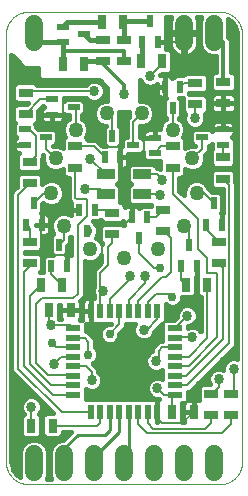
<source format=gtl>
G75*
%MOIN*%
%OFA0B0*%
%FSLAX25Y25*%
%IPPOS*%
%LPD*%
%AMOC8*
5,1,8,0,0,1.08239X$1,22.5*
%
%ADD10C,0.00000*%
%ADD11C,0.04961*%
%ADD12R,0.05000X0.02200*%
%ADD13R,0.02200X0.05000*%
%ADD14C,0.06000*%
%ADD15R,0.01969X0.03937*%
%ADD16R,0.03150X0.04724*%
%ADD17R,0.04724X0.03150*%
%ADD18R,0.03937X0.01969*%
%ADD19R,0.05906X0.03543*%
%ADD20C,0.03369*%
%ADD21C,0.01600*%
%ADD22C,0.01200*%
%ADD23C,0.00800*%
%ADD24C,0.01000*%
%ADD25C,0.02975*%
D10*
X0001800Y0009513D02*
X0001800Y0151994D01*
X0001802Y0152175D01*
X0001809Y0152356D01*
X0001820Y0152537D01*
X0001835Y0152718D01*
X0001855Y0152898D01*
X0001879Y0153078D01*
X0001907Y0153257D01*
X0001940Y0153435D01*
X0001977Y0153612D01*
X0002018Y0153789D01*
X0002063Y0153964D01*
X0002113Y0154139D01*
X0002167Y0154312D01*
X0002225Y0154483D01*
X0002287Y0154654D01*
X0002354Y0154822D01*
X0002424Y0154989D01*
X0002498Y0155155D01*
X0002577Y0155318D01*
X0002659Y0155479D01*
X0002745Y0155639D01*
X0002835Y0155796D01*
X0002929Y0155951D01*
X0003026Y0156104D01*
X0003128Y0156254D01*
X0003232Y0156402D01*
X0003341Y0156548D01*
X0003452Y0156690D01*
X0003568Y0156830D01*
X0003686Y0156967D01*
X0003808Y0157102D01*
X0003933Y0157233D01*
X0004061Y0157361D01*
X0004192Y0157486D01*
X0004327Y0157608D01*
X0004464Y0157726D01*
X0004604Y0157842D01*
X0004746Y0157953D01*
X0004892Y0158062D01*
X0005040Y0158166D01*
X0005190Y0158268D01*
X0005343Y0158365D01*
X0005498Y0158459D01*
X0005655Y0158549D01*
X0005815Y0158635D01*
X0005976Y0158717D01*
X0006139Y0158796D01*
X0006305Y0158870D01*
X0006472Y0158940D01*
X0006640Y0159007D01*
X0006811Y0159069D01*
X0006982Y0159127D01*
X0007155Y0159181D01*
X0007330Y0159231D01*
X0007505Y0159276D01*
X0007682Y0159317D01*
X0007859Y0159354D01*
X0008037Y0159387D01*
X0008216Y0159415D01*
X0008396Y0159439D01*
X0008576Y0159459D01*
X0008757Y0159474D01*
X0008938Y0159485D01*
X0009119Y0159492D01*
X0009300Y0159494D01*
X0073040Y0159494D01*
X0073221Y0159492D01*
X0073402Y0159485D01*
X0073583Y0159474D01*
X0073764Y0159459D01*
X0073944Y0159439D01*
X0074124Y0159415D01*
X0074303Y0159387D01*
X0074481Y0159354D01*
X0074658Y0159317D01*
X0074835Y0159276D01*
X0075010Y0159231D01*
X0075185Y0159181D01*
X0075358Y0159127D01*
X0075529Y0159069D01*
X0075700Y0159007D01*
X0075868Y0158940D01*
X0076035Y0158870D01*
X0076201Y0158796D01*
X0076364Y0158717D01*
X0076525Y0158635D01*
X0076685Y0158549D01*
X0076842Y0158459D01*
X0076997Y0158365D01*
X0077150Y0158268D01*
X0077300Y0158166D01*
X0077448Y0158062D01*
X0077594Y0157953D01*
X0077736Y0157842D01*
X0077876Y0157726D01*
X0078013Y0157608D01*
X0078148Y0157486D01*
X0078279Y0157361D01*
X0078407Y0157233D01*
X0078532Y0157102D01*
X0078654Y0156967D01*
X0078772Y0156830D01*
X0078888Y0156690D01*
X0078999Y0156548D01*
X0079108Y0156402D01*
X0079212Y0156254D01*
X0079314Y0156104D01*
X0079411Y0155951D01*
X0079505Y0155796D01*
X0079595Y0155639D01*
X0079681Y0155479D01*
X0079763Y0155318D01*
X0079842Y0155155D01*
X0079916Y0154989D01*
X0079986Y0154822D01*
X0080053Y0154654D01*
X0080115Y0154483D01*
X0080173Y0154312D01*
X0080227Y0154139D01*
X0080277Y0153964D01*
X0080322Y0153789D01*
X0080363Y0153612D01*
X0080400Y0153435D01*
X0080433Y0153257D01*
X0080461Y0153078D01*
X0080485Y0152898D01*
X0080505Y0152718D01*
X0080520Y0152537D01*
X0080531Y0152356D01*
X0080538Y0152175D01*
X0080540Y0151994D01*
X0080540Y0009513D01*
X0080538Y0009332D01*
X0080531Y0009151D01*
X0080520Y0008970D01*
X0080505Y0008789D01*
X0080485Y0008609D01*
X0080461Y0008429D01*
X0080433Y0008250D01*
X0080400Y0008072D01*
X0080363Y0007895D01*
X0080322Y0007718D01*
X0080277Y0007543D01*
X0080227Y0007368D01*
X0080173Y0007195D01*
X0080115Y0007024D01*
X0080053Y0006853D01*
X0079986Y0006685D01*
X0079916Y0006518D01*
X0079842Y0006352D01*
X0079763Y0006189D01*
X0079681Y0006028D01*
X0079595Y0005868D01*
X0079505Y0005711D01*
X0079411Y0005556D01*
X0079314Y0005403D01*
X0079212Y0005253D01*
X0079108Y0005105D01*
X0078999Y0004959D01*
X0078888Y0004817D01*
X0078772Y0004677D01*
X0078654Y0004540D01*
X0078532Y0004405D01*
X0078407Y0004274D01*
X0078279Y0004146D01*
X0078148Y0004021D01*
X0078013Y0003899D01*
X0077876Y0003781D01*
X0077736Y0003665D01*
X0077594Y0003554D01*
X0077448Y0003445D01*
X0077300Y0003341D01*
X0077150Y0003239D01*
X0076997Y0003142D01*
X0076842Y0003048D01*
X0076685Y0002958D01*
X0076525Y0002872D01*
X0076364Y0002790D01*
X0076201Y0002711D01*
X0076035Y0002637D01*
X0075868Y0002567D01*
X0075700Y0002500D01*
X0075529Y0002438D01*
X0075358Y0002380D01*
X0075185Y0002326D01*
X0075010Y0002276D01*
X0074835Y0002231D01*
X0074658Y0002190D01*
X0074481Y0002153D01*
X0074303Y0002120D01*
X0074124Y0002092D01*
X0073944Y0002068D01*
X0073764Y0002048D01*
X0073583Y0002033D01*
X0073402Y0002022D01*
X0073221Y0002015D01*
X0073040Y0002013D01*
X0009300Y0002013D01*
X0009119Y0002015D01*
X0008938Y0002022D01*
X0008757Y0002033D01*
X0008576Y0002048D01*
X0008396Y0002068D01*
X0008216Y0002092D01*
X0008037Y0002120D01*
X0007859Y0002153D01*
X0007682Y0002190D01*
X0007505Y0002231D01*
X0007330Y0002276D01*
X0007155Y0002326D01*
X0006982Y0002380D01*
X0006811Y0002438D01*
X0006640Y0002500D01*
X0006472Y0002567D01*
X0006305Y0002637D01*
X0006139Y0002711D01*
X0005976Y0002790D01*
X0005815Y0002872D01*
X0005655Y0002958D01*
X0005498Y0003048D01*
X0005343Y0003142D01*
X0005190Y0003239D01*
X0005040Y0003341D01*
X0004892Y0003445D01*
X0004746Y0003554D01*
X0004604Y0003665D01*
X0004464Y0003781D01*
X0004327Y0003899D01*
X0004192Y0004021D01*
X0004061Y0004146D01*
X0003933Y0004274D01*
X0003808Y0004405D01*
X0003686Y0004540D01*
X0003568Y0004677D01*
X0003452Y0004817D01*
X0003341Y0004959D01*
X0003232Y0005105D01*
X0003128Y0005253D01*
X0003026Y0005403D01*
X0002929Y0005556D01*
X0002835Y0005711D01*
X0002745Y0005868D01*
X0002659Y0006028D01*
X0002577Y0006189D01*
X0002498Y0006352D01*
X0002424Y0006518D01*
X0002354Y0006685D01*
X0002287Y0006853D01*
X0002225Y0007024D01*
X0002167Y0007195D01*
X0002113Y0007368D01*
X0002063Y0007543D01*
X0002018Y0007718D01*
X0001977Y0007895D01*
X0001940Y0008072D01*
X0001907Y0008250D01*
X0001879Y0008429D01*
X0001855Y0008609D01*
X0001835Y0008789D01*
X0001820Y0008970D01*
X0001809Y0009151D01*
X0001802Y0009332D01*
X0001800Y0009513D01*
D11*
X0029845Y0080360D03*
X0021114Y0088095D03*
X0016978Y0099001D03*
X0018384Y0110580D03*
X0025010Y0120180D03*
X0035338Y0125600D03*
X0047002Y0125600D03*
X0057330Y0120180D03*
X0063956Y0110580D03*
X0065362Y0099001D03*
X0061226Y0088095D03*
X0052495Y0080360D03*
X0041170Y0077569D03*
D12*
X0024270Y0053907D03*
X0024270Y0050757D03*
X0024270Y0047608D03*
X0024270Y0044458D03*
X0024270Y0041309D03*
X0024270Y0038159D03*
X0024270Y0035009D03*
X0024270Y0031860D03*
X0058070Y0031860D03*
X0058070Y0035009D03*
X0058070Y0038159D03*
X0058070Y0041309D03*
X0058070Y0044458D03*
X0058070Y0047608D03*
X0058070Y0050757D03*
X0058070Y0053907D03*
D13*
X0052194Y0059783D03*
X0049044Y0059783D03*
X0045894Y0059783D03*
X0042745Y0059783D03*
X0039595Y0059783D03*
X0036446Y0059783D03*
X0033296Y0059783D03*
X0030146Y0059783D03*
X0030146Y0025983D03*
X0033296Y0025983D03*
X0036446Y0025983D03*
X0039595Y0025983D03*
X0042745Y0025983D03*
X0045894Y0025983D03*
X0049044Y0025983D03*
X0052194Y0025983D03*
D14*
X0051170Y0012100D02*
X0051170Y0006100D01*
X0041170Y0006100D02*
X0041170Y0012100D01*
X0031170Y0012100D02*
X0031170Y0006100D01*
X0021170Y0006100D02*
X0021170Y0012100D01*
X0011170Y0012100D02*
X0011170Y0006100D01*
X0061170Y0006100D02*
X0061170Y0012100D01*
X0071170Y0012100D02*
X0071170Y0006100D01*
X0071170Y0149407D02*
X0071170Y0155407D01*
X0061170Y0155407D02*
X0061170Y0149407D01*
X0011170Y0149407D02*
X0011170Y0155407D01*
D15*
X0034741Y0110970D03*
X0037300Y0118057D03*
X0039859Y0110970D03*
X0031359Y0093557D03*
X0028800Y0086470D03*
X0026241Y0093557D03*
X0019517Y0081860D03*
X0022076Y0074773D03*
X0016957Y0074773D03*
X0013733Y0088553D03*
X0011174Y0095639D03*
X0008615Y0088553D03*
X0043741Y0091057D03*
X0046300Y0083970D03*
X0048859Y0091057D03*
X0060265Y0074773D03*
X0062824Y0081860D03*
X0065383Y0074773D03*
X0068607Y0088553D03*
X0071166Y0095639D03*
X0073725Y0088553D03*
X0057355Y0127470D03*
X0054796Y0134557D03*
X0059914Y0134557D03*
X0052359Y0149470D03*
X0049800Y0156557D03*
X0047241Y0149470D03*
D16*
X0046757Y0143013D03*
X0053843Y0143013D03*
X0040843Y0156013D03*
X0033757Y0156013D03*
X0027843Y0142013D03*
X0020757Y0142013D03*
X0020627Y0068521D03*
X0023343Y0060013D03*
X0016257Y0060013D03*
X0013540Y0068521D03*
X0010257Y0021513D03*
X0017343Y0021513D03*
X0057257Y0026013D03*
X0064343Y0026013D03*
X0061780Y0068506D03*
X0068867Y0068506D03*
D17*
X0072666Y0075773D03*
X0072666Y0082860D03*
X0074166Y0103832D03*
X0074166Y0110919D03*
X0074300Y0128970D03*
X0074300Y0136057D03*
X0064942Y0135801D03*
X0064942Y0128714D03*
X0057418Y0114643D03*
X0057418Y0107557D03*
X0054300Y0093557D03*
X0054300Y0086470D03*
X0037300Y0085470D03*
X0037300Y0092557D03*
X0024922Y0107557D03*
X0024922Y0114643D03*
X0034300Y0142970D03*
X0034300Y0150057D03*
X0041300Y0150057D03*
X0041300Y0142970D03*
X0009674Y0109419D03*
X0009674Y0102332D03*
X0009674Y0082860D03*
X0009674Y0075773D03*
X0008442Y0125466D03*
X0008442Y0132553D03*
X0070300Y0032057D03*
X0070300Y0024970D03*
X0076800Y0024970D03*
X0076800Y0032057D03*
D18*
X0051343Y0112454D03*
X0051343Y0117572D03*
X0044257Y0115013D03*
X0027843Y0152013D03*
X0020757Y0149454D03*
X0020757Y0154572D03*
X0017257Y0130257D03*
X0017257Y0125139D03*
X0015186Y0117687D03*
X0008099Y0120246D03*
X0008099Y0115128D03*
X0024343Y0127698D03*
X0067154Y0117687D03*
X0074241Y0120246D03*
X0074241Y0115128D03*
D19*
X0047272Y0105285D03*
X0047272Y0098592D03*
X0035068Y0098592D03*
X0035068Y0105285D03*
D20*
X0029800Y0110513D03*
X0028300Y0100513D03*
X0043300Y0071513D03*
X0048300Y0071513D03*
X0047800Y0053513D03*
X0044300Y0049013D03*
X0051800Y0043013D03*
X0052300Y0034013D03*
X0063800Y0051013D03*
X0062300Y0058213D03*
X0072800Y0037013D03*
X0077800Y0040513D03*
X0053300Y0098513D03*
X0053800Y0103513D03*
X0064800Y0124013D03*
X0049800Y0138013D03*
X0041300Y0132013D03*
X0031300Y0133013D03*
X0034300Y0066513D03*
X0030400Y0036613D03*
X0017800Y0042113D03*
X0016800Y0055013D03*
X0010300Y0027813D03*
D21*
X0004221Y0006926D02*
X0005269Y0005483D01*
X0006644Y0004484D01*
X0006370Y0005145D01*
X0006370Y0013055D01*
X0007101Y0014819D01*
X0008451Y0016169D01*
X0010215Y0016900D01*
X0012125Y0016900D01*
X0013889Y0016169D01*
X0015239Y0014819D01*
X0015970Y0013055D01*
X0015970Y0005145D01*
X0015418Y0003813D01*
X0016922Y0003813D01*
X0016370Y0005145D01*
X0016370Y0013055D01*
X0017101Y0014819D01*
X0018451Y0016169D01*
X0020215Y0016900D01*
X0020934Y0016900D01*
X0023347Y0019313D01*
X0020718Y0019313D01*
X0020718Y0018406D01*
X0019664Y0017351D01*
X0015023Y0017351D01*
X0013969Y0018406D01*
X0013969Y0024621D01*
X0015023Y0025676D01*
X0017527Y0025676D01*
X0003600Y0039602D01*
X0003600Y0099370D01*
X0004889Y0100658D01*
X0005512Y0101281D01*
X0005512Y0104653D01*
X0006566Y0105707D01*
X0012782Y0105707D01*
X0013836Y0104653D01*
X0013836Y0101913D01*
X0014553Y0102630D01*
X0016127Y0103281D01*
X0017829Y0103281D01*
X0019403Y0102630D01*
X0020607Y0101426D01*
X0021258Y0099853D01*
X0021258Y0098150D01*
X0020607Y0096577D01*
X0019403Y0095373D01*
X0017829Y0094721D01*
X0016127Y0094721D01*
X0014553Y0095373D01*
X0014286Y0095640D01*
X0013958Y0095312D01*
X0013958Y0092925D01*
X0013354Y0092321D01*
X0013733Y0092321D01*
X0013733Y0088553D01*
X0013733Y0088553D01*
X0013733Y0092321D01*
X0014954Y0092321D01*
X0015412Y0092199D01*
X0015823Y0091962D01*
X0016158Y0091626D01*
X0016395Y0091216D01*
X0016517Y0090758D01*
X0016517Y0088553D01*
X0013733Y0088553D01*
X0011726Y0088553D01*
X0011726Y0088553D01*
X0013733Y0088553D01*
X0013733Y0088553D01*
X0013733Y0088553D01*
X0016517Y0088553D01*
X0016517Y0086347D01*
X0016395Y0085889D01*
X0016158Y0085479D01*
X0015823Y0085144D01*
X0015412Y0084907D01*
X0014954Y0084784D01*
X0013836Y0084784D01*
X0013836Y0080539D01*
X0012782Y0079485D01*
X0008000Y0079485D01*
X0008000Y0079148D01*
X0012782Y0079148D01*
X0013836Y0078094D01*
X0013836Y0073453D01*
X0013067Y0072683D01*
X0014173Y0072683D01*
X0014173Y0077487D01*
X0015228Y0078542D01*
X0017336Y0078542D01*
X0016732Y0079146D01*
X0016732Y0084574D01*
X0017657Y0085499D01*
X0017485Y0085670D01*
X0016834Y0087243D01*
X0016834Y0088946D01*
X0017485Y0090519D01*
X0018690Y0091724D01*
X0020263Y0092375D01*
X0021966Y0092375D01*
X0023457Y0091758D01*
X0023457Y0093557D01*
X0026241Y0093557D01*
X0026241Y0093557D01*
X0023457Y0093557D01*
X0023457Y0095762D01*
X0023479Y0095845D01*
X0022722Y0096602D01*
X0022722Y0104182D01*
X0021814Y0104182D01*
X0020760Y0105236D01*
X0020760Y0106932D01*
X0019235Y0106300D01*
X0017532Y0106300D01*
X0015959Y0106952D01*
X0014755Y0108156D01*
X0014104Y0109729D01*
X0014104Y0111432D01*
X0014197Y0111656D01*
X0014000Y0111853D01*
X0014000Y0110634D01*
X0013836Y0110470D01*
X0013836Y0107098D01*
X0012782Y0106044D01*
X0006566Y0106044D01*
X0005512Y0107098D01*
X0005512Y0111739D01*
X0006116Y0112343D01*
X0005894Y0112343D01*
X0005436Y0112466D01*
X0005025Y0112703D01*
X0004690Y0113038D01*
X0004453Y0113449D01*
X0004331Y0113906D01*
X0004331Y0115127D01*
X0008099Y0115127D01*
X0008099Y0115128D01*
X0004331Y0115128D01*
X0004331Y0116349D01*
X0004453Y0116807D01*
X0004690Y0117217D01*
X0005025Y0117552D01*
X0005196Y0117651D01*
X0004331Y0118516D01*
X0004331Y0121976D01*
X0004890Y0122535D01*
X0004280Y0123146D01*
X0004280Y0127787D01*
X0005334Y0128841D01*
X0008705Y0128841D01*
X0009042Y0129178D01*
X0005334Y0129178D01*
X0004280Y0130232D01*
X0004280Y0134873D01*
X0005334Y0135928D01*
X0011550Y0135928D01*
X0012264Y0135213D01*
X0028573Y0135213D01*
X0029326Y0135967D01*
X0030607Y0136498D01*
X0031993Y0136498D01*
X0033274Y0135967D01*
X0034254Y0134987D01*
X0034784Y0133706D01*
X0034784Y0132320D01*
X0034254Y0131040D01*
X0033274Y0130060D01*
X0031993Y0129529D01*
X0030607Y0129529D01*
X0029326Y0130060D01*
X0028573Y0130813D01*
X0021025Y0130813D01*
X0021025Y0129879D01*
X0021629Y0130483D01*
X0027057Y0130483D01*
X0028112Y0129428D01*
X0028112Y0125969D01*
X0027210Y0125067D01*
X0027210Y0123901D01*
X0027434Y0123808D01*
X0028639Y0122604D01*
X0029290Y0121031D01*
X0029290Y0119328D01*
X0028639Y0117755D01*
X0028466Y0117582D01*
X0029084Y0116964D01*
X0029084Y0116843D01*
X0031979Y0116843D01*
X0033268Y0115555D01*
X0034084Y0114739D01*
X0035120Y0114739D01*
X0034516Y0115343D01*
X0034516Y0120771D01*
X0035065Y0121320D01*
X0034487Y0121320D01*
X0032914Y0121972D01*
X0031710Y0123176D01*
X0031058Y0124749D01*
X0031058Y0126452D01*
X0031710Y0128025D01*
X0032914Y0129229D01*
X0034487Y0129881D01*
X0035500Y0129881D01*
X0035500Y0134144D01*
X0032930Y0136713D01*
X0013554Y0136713D01*
X0012500Y0137768D01*
X0012500Y0140813D01*
X0007889Y0140813D01*
X0004389Y0144313D01*
X0003600Y0145102D01*
X0003600Y0009513D01*
X0003670Y0008622D01*
X0004221Y0006926D01*
X0004306Y0006809D02*
X0006370Y0006809D01*
X0006370Y0008407D02*
X0003740Y0008407D01*
X0003600Y0010006D02*
X0006370Y0010006D01*
X0006370Y0011604D02*
X0003600Y0011604D01*
X0003600Y0013203D02*
X0006431Y0013203D01*
X0007094Y0014801D02*
X0003600Y0014801D01*
X0003600Y0016400D02*
X0009008Y0016400D01*
X0007936Y0017351D02*
X0012577Y0017351D01*
X0013631Y0018406D01*
X0013631Y0024621D01*
X0012833Y0025419D01*
X0013254Y0025840D01*
X0013784Y0027120D01*
X0013784Y0028506D01*
X0013254Y0029787D01*
X0012274Y0030767D01*
X0010993Y0031298D01*
X0009607Y0031298D01*
X0008326Y0030767D01*
X0007346Y0029787D01*
X0006816Y0028506D01*
X0006816Y0027120D01*
X0007346Y0025840D01*
X0007723Y0025463D01*
X0006882Y0024621D01*
X0006882Y0018406D01*
X0007936Y0017351D01*
X0007289Y0017998D02*
X0003600Y0017998D01*
X0003600Y0019597D02*
X0006882Y0019597D01*
X0006882Y0021196D02*
X0003600Y0021196D01*
X0003600Y0022794D02*
X0006882Y0022794D01*
X0006882Y0024393D02*
X0003600Y0024393D01*
X0003600Y0025991D02*
X0007283Y0025991D01*
X0006816Y0027590D02*
X0003600Y0027590D01*
X0003600Y0029188D02*
X0007098Y0029188D01*
X0008373Y0030787D02*
X0003600Y0030787D01*
X0003600Y0032385D02*
X0010817Y0032385D01*
X0012227Y0030787D02*
X0012416Y0030787D01*
X0013502Y0029188D02*
X0014014Y0029188D01*
X0013784Y0027590D02*
X0015613Y0027590D01*
X0017211Y0025991D02*
X0013316Y0025991D01*
X0013631Y0024393D02*
X0013969Y0024393D01*
X0013969Y0022794D02*
X0013631Y0022794D01*
X0013631Y0021196D02*
X0013969Y0021196D01*
X0013969Y0019597D02*
X0013631Y0019597D01*
X0013224Y0017998D02*
X0014376Y0017998D01*
X0013332Y0016400D02*
X0019008Y0016400D01*
X0020311Y0017998D02*
X0022032Y0017998D01*
X0017094Y0014801D02*
X0015247Y0014801D01*
X0015909Y0013203D02*
X0016431Y0013203D01*
X0016370Y0011604D02*
X0015970Y0011604D01*
X0015970Y0010006D02*
X0016370Y0010006D01*
X0016370Y0008407D02*
X0015970Y0008407D01*
X0015970Y0006809D02*
X0016370Y0006809D01*
X0016370Y0005210D02*
X0015970Y0005210D01*
X0006370Y0005210D02*
X0005645Y0005210D01*
X0003600Y0033984D02*
X0009218Y0033984D01*
X0007620Y0035582D02*
X0003600Y0035582D01*
X0003600Y0037181D02*
X0006021Y0037181D01*
X0004423Y0038779D02*
X0003600Y0038779D01*
X0003600Y0040378D02*
X0003600Y0040378D01*
X0003600Y0041976D02*
X0003600Y0041976D01*
X0003600Y0043575D02*
X0003600Y0043575D01*
X0003600Y0045173D02*
X0003600Y0045173D01*
X0003600Y0046772D02*
X0003600Y0046772D01*
X0003600Y0048370D02*
X0003600Y0048370D01*
X0003600Y0049969D02*
X0003600Y0049969D01*
X0003600Y0051567D02*
X0003600Y0051567D01*
X0003600Y0053166D02*
X0003600Y0053166D01*
X0003600Y0054764D02*
X0003600Y0054764D01*
X0003600Y0056363D02*
X0003600Y0056363D01*
X0003600Y0057961D02*
X0003600Y0057961D01*
X0003600Y0059560D02*
X0003600Y0059560D01*
X0003600Y0061158D02*
X0003600Y0061158D01*
X0003600Y0062757D02*
X0003600Y0062757D01*
X0003600Y0064355D02*
X0003600Y0064355D01*
X0003600Y0065954D02*
X0003600Y0065954D01*
X0003600Y0067552D02*
X0003600Y0067552D01*
X0003600Y0069151D02*
X0003600Y0069151D01*
X0003600Y0070749D02*
X0003600Y0070749D01*
X0003600Y0072348D02*
X0003600Y0072348D01*
X0003600Y0073946D02*
X0003600Y0073946D01*
X0003600Y0075545D02*
X0003600Y0075545D01*
X0003600Y0077143D02*
X0003600Y0077143D01*
X0003600Y0078742D02*
X0003600Y0078742D01*
X0003600Y0080340D02*
X0003600Y0080340D01*
X0003600Y0081939D02*
X0003600Y0081939D01*
X0003600Y0083537D02*
X0003600Y0083537D01*
X0003600Y0085136D02*
X0003600Y0085136D01*
X0003600Y0086734D02*
X0003600Y0086734D01*
X0003600Y0088333D02*
X0003600Y0088333D01*
X0003600Y0089932D02*
X0003600Y0089932D01*
X0003600Y0091530D02*
X0003600Y0091530D01*
X0003600Y0093129D02*
X0003600Y0093129D01*
X0003600Y0094727D02*
X0003600Y0094727D01*
X0003600Y0096326D02*
X0003600Y0096326D01*
X0003600Y0097924D02*
X0003600Y0097924D01*
X0003600Y0099523D02*
X0003753Y0099523D01*
X0003600Y0101121D02*
X0005352Y0101121D01*
X0005512Y0102720D02*
X0003600Y0102720D01*
X0003600Y0104318D02*
X0005512Y0104318D01*
X0003600Y0105917D02*
X0020760Y0105917D01*
X0021678Y0104318D02*
X0013836Y0104318D01*
X0013836Y0102720D02*
X0014770Y0102720D01*
X0015396Y0107515D02*
X0013836Y0107515D01*
X0013836Y0109114D02*
X0014358Y0109114D01*
X0014104Y0110712D02*
X0014000Y0110712D01*
X0017386Y0114800D02*
X0017386Y0114902D01*
X0017900Y0114902D01*
X0018954Y0115957D01*
X0018954Y0119416D01*
X0017900Y0120471D01*
X0012472Y0120471D01*
X0012463Y0120462D01*
X0011868Y0121057D01*
X0011868Y0121976D01*
X0011651Y0122193D01*
X0012604Y0123146D01*
X0012604Y0126517D01*
X0014051Y0127964D01*
X0014353Y0127662D01*
X0014183Y0127564D01*
X0013848Y0127229D01*
X0013611Y0126818D01*
X0013488Y0126361D01*
X0013488Y0125139D01*
X0013488Y0123918D01*
X0013611Y0123460D01*
X0013848Y0123050D01*
X0014183Y0122715D01*
X0014593Y0122478D01*
X0015051Y0122355D01*
X0017257Y0122355D01*
X0019462Y0122355D01*
X0019920Y0122478D01*
X0020330Y0122715D01*
X0020666Y0123050D01*
X0020903Y0123460D01*
X0021025Y0123918D01*
X0021025Y0125139D01*
X0017257Y0125139D01*
X0017257Y0125139D01*
X0017257Y0122355D01*
X0017257Y0125139D01*
X0017257Y0125139D01*
X0021025Y0125139D01*
X0021025Y0125518D01*
X0021629Y0124914D01*
X0022810Y0124914D01*
X0022810Y0123901D01*
X0022585Y0123808D01*
X0021381Y0122604D01*
X0020730Y0121031D01*
X0020730Y0119328D01*
X0021381Y0117755D01*
X0021466Y0117670D01*
X0020760Y0116964D01*
X0020760Y0114229D01*
X0019235Y0114861D01*
X0017532Y0114861D01*
X0017386Y0114800D01*
X0018505Y0115508D02*
X0020760Y0115508D01*
X0020902Y0117106D02*
X0018954Y0117106D01*
X0018954Y0118705D02*
X0020988Y0118705D01*
X0020730Y0120303D02*
X0018068Y0120303D01*
X0017257Y0123500D02*
X0017257Y0123500D01*
X0017257Y0125099D02*
X0017257Y0125099D01*
X0017257Y0125139D02*
X0013488Y0125139D01*
X0017257Y0125139D01*
X0017257Y0125139D01*
X0013488Y0125099D02*
X0012604Y0125099D01*
X0012604Y0123500D02*
X0013600Y0123500D01*
X0011868Y0121902D02*
X0021090Y0121902D01*
X0020913Y0123500D02*
X0022277Y0123500D01*
X0021445Y0125099D02*
X0021025Y0125099D01*
X0021025Y0129894D02*
X0021041Y0129894D01*
X0027242Y0125099D02*
X0031058Y0125099D01*
X0031160Y0126697D02*
X0028112Y0126697D01*
X0028112Y0128296D02*
X0031980Y0128296D01*
X0032875Y0129894D02*
X0035500Y0129894D01*
X0035500Y0131493D02*
X0034441Y0131493D01*
X0034784Y0133091D02*
X0035500Y0133091D01*
X0034954Y0134690D02*
X0034377Y0134690D01*
X0033355Y0136288D02*
X0032498Y0136288D01*
X0030102Y0136288D02*
X0003600Y0136288D01*
X0003600Y0134690D02*
X0004280Y0134690D01*
X0004280Y0133091D02*
X0003600Y0133091D01*
X0003600Y0131493D02*
X0004280Y0131493D01*
X0004618Y0129894D02*
X0003600Y0129894D01*
X0003600Y0128296D02*
X0004789Y0128296D01*
X0004280Y0126697D02*
X0003600Y0126697D01*
X0003600Y0125099D02*
X0004280Y0125099D01*
X0004280Y0123500D02*
X0003600Y0123500D01*
X0003600Y0121902D02*
X0004331Y0121902D01*
X0004331Y0120303D02*
X0003600Y0120303D01*
X0003600Y0118705D02*
X0004331Y0118705D01*
X0004626Y0117106D02*
X0003600Y0117106D01*
X0003600Y0115508D02*
X0004331Y0115508D01*
X0004331Y0113909D02*
X0003600Y0113909D01*
X0003600Y0112311D02*
X0006083Y0112311D01*
X0005512Y0110712D02*
X0003600Y0110712D01*
X0003600Y0109114D02*
X0005512Y0109114D01*
X0005512Y0107515D02*
X0003600Y0107515D01*
X0013958Y0094727D02*
X0016112Y0094727D01*
X0017844Y0094727D02*
X0023457Y0094727D01*
X0023457Y0093129D02*
X0013958Y0093129D01*
X0013733Y0091530D02*
X0013733Y0091530D01*
X0013733Y0089932D02*
X0013733Y0089932D01*
X0016517Y0089932D02*
X0017242Y0089932D01*
X0016834Y0088333D02*
X0016517Y0088333D01*
X0016517Y0086734D02*
X0017045Y0086734D01*
X0017294Y0085136D02*
X0015809Y0085136D01*
X0016732Y0083537D02*
X0013836Y0083537D01*
X0013836Y0081939D02*
X0016732Y0081939D01*
X0016732Y0080340D02*
X0013637Y0080340D01*
X0013188Y0078742D02*
X0017136Y0078742D01*
X0014173Y0077143D02*
X0013836Y0077143D01*
X0013836Y0075545D02*
X0014173Y0075545D01*
X0014173Y0073946D02*
X0013836Y0073946D01*
X0019631Y0061813D02*
X0019969Y0061813D01*
X0019968Y0060013D01*
X0019969Y0060013D02*
X0019969Y0057414D01*
X0020022Y0057213D01*
X0019631Y0057213D01*
X0019631Y0061813D01*
X0019631Y0061158D02*
X0019969Y0061158D01*
X0019968Y0060013D02*
X0023343Y0060013D01*
X0019969Y0060013D01*
X0019969Y0059560D02*
X0019631Y0059560D01*
X0019631Y0057961D02*
X0019969Y0057961D01*
X0023343Y0060013D02*
X0023343Y0060013D01*
X0023343Y0060013D01*
X0026718Y0060013D01*
X0026718Y0057414D01*
X0026595Y0056956D01*
X0026509Y0056807D01*
X0027311Y0056807D01*
X0027246Y0057046D01*
X0027246Y0059783D01*
X0030146Y0059783D01*
X0030147Y0059783D01*
X0030147Y0055483D01*
X0036702Y0055483D01*
X0036519Y0055301D01*
X0035689Y0055301D01*
X0034481Y0054800D01*
X0033556Y0053876D01*
X0033056Y0052667D01*
X0033056Y0051359D01*
X0033556Y0050151D01*
X0034481Y0049226D01*
X0035689Y0048726D01*
X0036997Y0048726D01*
X0038205Y0049226D01*
X0039130Y0050151D01*
X0039631Y0051359D01*
X0039631Y0052190D01*
X0040507Y0053065D01*
X0041795Y0054354D01*
X0041795Y0055483D01*
X0044845Y0055483D01*
X0044316Y0054206D01*
X0044316Y0052820D01*
X0044846Y0051540D01*
X0045826Y0050560D01*
X0047107Y0050029D01*
X0048493Y0050029D01*
X0049774Y0050560D01*
X0050754Y0051540D01*
X0051284Y0052820D01*
X0051284Y0052886D01*
X0053770Y0055372D01*
X0053770Y0049808D01*
X0052983Y0049808D01*
X0051889Y0048713D01*
X0050600Y0047425D01*
X0050600Y0046288D01*
X0049826Y0045967D01*
X0048846Y0044987D01*
X0048316Y0043706D01*
X0048316Y0042320D01*
X0048846Y0041040D01*
X0049826Y0040060D01*
X0051107Y0039529D01*
X0052493Y0039529D01*
X0053770Y0040058D01*
X0053770Y0037176D01*
X0052993Y0037498D01*
X0051607Y0037498D01*
X0050326Y0036967D01*
X0049346Y0035987D01*
X0048816Y0034706D01*
X0048816Y0033320D01*
X0049346Y0032040D01*
X0050326Y0031060D01*
X0051607Y0030529D01*
X0052673Y0030529D01*
X0052919Y0030283D01*
X0052194Y0030283D01*
X0052194Y0025984D01*
X0052194Y0025984D01*
X0052194Y0030283D01*
X0028570Y0030283D01*
X0028570Y0033600D01*
X0029707Y0033129D01*
X0031093Y0033129D01*
X0032374Y0033660D01*
X0033354Y0034640D01*
X0033884Y0035920D01*
X0033884Y0037306D01*
X0033354Y0038587D01*
X0032600Y0039341D01*
X0032600Y0040325D01*
X0031311Y0041613D01*
X0030680Y0042245D01*
X0031119Y0042426D01*
X0032044Y0043351D01*
X0032544Y0044559D01*
X0032544Y0045867D01*
X0032044Y0047076D01*
X0031457Y0047662D01*
X0031457Y0050468D01*
X0028967Y0052957D01*
X0028570Y0052957D01*
X0028570Y0055548D01*
X0028809Y0055483D01*
X0030146Y0055483D01*
X0030146Y0059783D01*
X0030146Y0059784D01*
X0030146Y0064083D01*
X0028809Y0064083D01*
X0028352Y0063961D01*
X0027941Y0063724D01*
X0027606Y0063389D01*
X0027369Y0062978D01*
X0027246Y0062520D01*
X0027246Y0059784D01*
X0030146Y0059784D01*
X0030147Y0059784D01*
X0030147Y0064083D01*
X0031096Y0064083D01*
X0031096Y0065144D01*
X0030816Y0065820D01*
X0030816Y0067206D01*
X0031100Y0067893D01*
X0031100Y0073425D01*
X0032389Y0074713D01*
X0033600Y0075925D01*
X0033600Y0078241D01*
X0033474Y0077936D01*
X0032269Y0076732D01*
X0030696Y0076080D01*
X0028993Y0076080D01*
X0028000Y0076491D01*
X0028000Y0064602D01*
X0026711Y0063313D01*
X0026549Y0063151D01*
X0026595Y0063070D01*
X0026718Y0062613D01*
X0026718Y0060013D01*
X0023343Y0060013D01*
X0026718Y0059560D02*
X0027246Y0059560D01*
X0027246Y0061158D02*
X0026718Y0061158D01*
X0026679Y0062757D02*
X0027310Y0062757D01*
X0027753Y0064355D02*
X0031096Y0064355D01*
X0030816Y0065954D02*
X0028000Y0065954D01*
X0028000Y0067552D02*
X0030959Y0067552D01*
X0031100Y0069151D02*
X0028000Y0069151D01*
X0028000Y0070749D02*
X0031100Y0070749D01*
X0031100Y0072348D02*
X0028000Y0072348D01*
X0028000Y0073946D02*
X0031622Y0073946D01*
X0033220Y0075545D02*
X0028000Y0075545D01*
X0023600Y0078460D02*
X0023297Y0078542D01*
X0022076Y0078542D01*
X0022076Y0074773D01*
X0022076Y0074773D01*
X0022076Y0078542D01*
X0021697Y0078542D01*
X0022301Y0079146D01*
X0022301Y0081533D01*
X0023314Y0082546D01*
X0023314Y0084373D01*
X0023539Y0084466D01*
X0023600Y0084527D01*
X0023600Y0078460D01*
X0023600Y0078742D02*
X0021897Y0078742D01*
X0022076Y0077143D02*
X0022076Y0077143D01*
X0022076Y0075545D02*
X0022076Y0075545D01*
X0022301Y0080340D02*
X0023600Y0080340D01*
X0023600Y0081939D02*
X0022707Y0081939D01*
X0023314Y0083537D02*
X0023600Y0083537D01*
X0018496Y0091530D02*
X0016213Y0091530D01*
X0020356Y0096326D02*
X0022999Y0096326D01*
X0022722Y0097924D02*
X0021165Y0097924D01*
X0021258Y0099523D02*
X0022722Y0099523D01*
X0022722Y0101121D02*
X0020733Y0101121D01*
X0019186Y0102720D02*
X0022722Y0102720D01*
X0028942Y0117106D02*
X0034516Y0117106D01*
X0034516Y0115508D02*
X0033315Y0115508D01*
X0034516Y0118705D02*
X0029032Y0118705D01*
X0029290Y0120303D02*
X0034516Y0120303D01*
X0033083Y0121902D02*
X0028929Y0121902D01*
X0027742Y0123500D02*
X0031575Y0123500D01*
X0029725Y0129894D02*
X0027646Y0129894D01*
X0027843Y0142013D02*
X0028800Y0142970D01*
X0034300Y0142970D01*
X0034300Y0150057D02*
X0029800Y0150057D01*
X0027843Y0152013D01*
X0022198Y0156013D02*
X0033757Y0156013D01*
X0040843Y0156013D02*
X0041387Y0156557D01*
X0049800Y0156557D01*
X0047241Y0149470D02*
X0047241Y0143498D01*
X0046757Y0143013D01*
X0046600Y0136634D02*
X0046846Y0136040D01*
X0047826Y0135060D01*
X0049107Y0134529D01*
X0050493Y0134529D01*
X0051774Y0135060D01*
X0052012Y0135298D01*
X0052012Y0134557D01*
X0054796Y0134557D01*
X0054796Y0138325D01*
X0053575Y0138325D01*
X0053284Y0138247D01*
X0053284Y0138386D01*
X0053749Y0138851D01*
X0056164Y0138851D01*
X0057218Y0139906D01*
X0057218Y0146121D01*
X0056164Y0147176D01*
X0055119Y0147176D01*
X0055143Y0147265D01*
X0055143Y0149470D01*
X0052359Y0149470D01*
X0052359Y0149470D01*
X0055143Y0149470D01*
X0055143Y0151676D01*
X0055021Y0152133D01*
X0055000Y0152168D01*
X0055100Y0152268D01*
X0055100Y0157694D01*
X0056948Y0157694D01*
X0056722Y0157250D01*
X0056488Y0156531D01*
X0056370Y0155785D01*
X0056370Y0152607D01*
X0060970Y0152607D01*
X0060970Y0152207D01*
X0061370Y0152207D01*
X0061370Y0144607D01*
X0061548Y0144607D01*
X0062294Y0144725D01*
X0063013Y0144959D01*
X0063686Y0145302D01*
X0064297Y0145746D01*
X0064831Y0146280D01*
X0065275Y0146891D01*
X0065618Y0147565D01*
X0065852Y0148283D01*
X0065970Y0149029D01*
X0065970Y0152207D01*
X0061370Y0152207D01*
X0061370Y0152607D01*
X0065970Y0152607D01*
X0065970Y0155785D01*
X0065852Y0156531D01*
X0065618Y0157250D01*
X0065392Y0157694D01*
X0066922Y0157694D01*
X0066370Y0156362D01*
X0066370Y0148452D01*
X0067101Y0146688D01*
X0068451Y0145338D01*
X0070215Y0144607D01*
X0071900Y0144607D01*
X0071900Y0139431D01*
X0071192Y0139431D01*
X0070138Y0138377D01*
X0070138Y0133736D01*
X0071192Y0132682D01*
X0077408Y0132682D01*
X0078462Y0133736D01*
X0078462Y0138377D01*
X0077408Y0139431D01*
X0076700Y0139431D01*
X0076700Y0149755D01*
X0076335Y0150637D01*
X0075970Y0151001D01*
X0075970Y0156362D01*
X0075696Y0157023D01*
X0077071Y0156024D01*
X0078119Y0154581D01*
X0078670Y0152885D01*
X0078740Y0151994D01*
X0078740Y0043895D01*
X0078493Y0043998D01*
X0077107Y0043998D01*
X0075826Y0043467D01*
X0074846Y0042487D01*
X0074316Y0041206D01*
X0074316Y0040157D01*
X0073493Y0040498D01*
X0072107Y0040498D01*
X0070826Y0039967D01*
X0069846Y0038987D01*
X0069316Y0037706D01*
X0069316Y0036320D01*
X0069684Y0035431D01*
X0067192Y0035431D01*
X0066138Y0034377D01*
X0066138Y0030176D01*
X0064343Y0030176D01*
X0062532Y0030176D01*
X0062370Y0030132D01*
X0062370Y0032809D01*
X0063207Y0032809D01*
X0064496Y0034098D01*
X0078500Y0048102D01*
X0078500Y0102610D01*
X0078328Y0102781D01*
X0078328Y0106153D01*
X0077274Y0107207D01*
X0071058Y0107207D01*
X0070004Y0106153D01*
X0070004Y0101512D01*
X0071058Y0100457D01*
X0074100Y0100457D01*
X0074100Y0092321D01*
X0073725Y0092321D01*
X0073346Y0092321D01*
X0073950Y0092925D01*
X0073950Y0098353D01*
X0072896Y0099408D01*
X0070509Y0099408D01*
X0069344Y0100572D01*
X0068991Y0101426D01*
X0067787Y0102630D01*
X0066214Y0103281D01*
X0064511Y0103281D01*
X0062938Y0102630D01*
X0061734Y0101426D01*
X0061082Y0099853D01*
X0061082Y0098343D01*
X0059618Y0099807D01*
X0059618Y0104182D01*
X0060526Y0104182D01*
X0061580Y0105236D01*
X0061580Y0106932D01*
X0063105Y0106300D01*
X0064808Y0106300D01*
X0066381Y0106952D01*
X0067585Y0108156D01*
X0068237Y0109729D01*
X0068237Y0111432D01*
X0068144Y0111656D01*
X0069354Y0112867D01*
X0069354Y0114902D01*
X0069868Y0114902D01*
X0070472Y0115506D01*
X0070472Y0113708D01*
X0070004Y0113239D01*
X0070004Y0108598D01*
X0071058Y0107544D01*
X0077274Y0107544D01*
X0078328Y0108598D01*
X0078328Y0113239D01*
X0078009Y0113558D01*
X0078009Y0116857D01*
X0077144Y0117723D01*
X0077315Y0117821D01*
X0077650Y0118156D01*
X0077887Y0118567D01*
X0078009Y0119024D01*
X0078009Y0120246D01*
X0078009Y0121467D01*
X0077887Y0121925D01*
X0077650Y0122335D01*
X0077315Y0122670D01*
X0076904Y0122907D01*
X0076446Y0123030D01*
X0074241Y0123030D01*
X0074241Y0120246D01*
X0074241Y0120246D01*
X0074241Y0123030D01*
X0072035Y0123030D01*
X0071578Y0122907D01*
X0071167Y0122670D01*
X0070832Y0122335D01*
X0070595Y0121925D01*
X0070472Y0121467D01*
X0070472Y0120246D01*
X0074241Y0120246D01*
X0078009Y0120246D01*
X0074241Y0120246D01*
X0074241Y0120246D01*
X0074241Y0120246D01*
X0070472Y0120246D01*
X0070472Y0119867D01*
X0069868Y0120471D01*
X0064440Y0120471D01*
X0063386Y0119416D01*
X0063386Y0115957D01*
X0064440Y0114902D01*
X0064954Y0114902D01*
X0064954Y0114800D01*
X0064808Y0114861D01*
X0063105Y0114861D01*
X0061580Y0114229D01*
X0061580Y0116964D01*
X0060874Y0117670D01*
X0060959Y0117755D01*
X0061611Y0119328D01*
X0061611Y0121031D01*
X0060959Y0122604D01*
X0059755Y0123808D01*
X0059530Y0123901D01*
X0059530Y0124147D01*
X0060139Y0124756D01*
X0060139Y0130184D01*
X0059535Y0130788D01*
X0060780Y0130788D01*
X0060780Y0126394D01*
X0061653Y0125520D01*
X0061316Y0124706D01*
X0061316Y0123320D01*
X0061846Y0122040D01*
X0062826Y0121060D01*
X0064107Y0120529D01*
X0065493Y0120529D01*
X0066774Y0121060D01*
X0067754Y0122040D01*
X0068284Y0123320D01*
X0068284Y0124706D01*
X0068022Y0125339D01*
X0068050Y0125339D01*
X0069104Y0126394D01*
X0069104Y0131035D01*
X0068050Y0132089D01*
X0062698Y0132089D01*
X0062698Y0132426D01*
X0068050Y0132426D01*
X0069104Y0133480D01*
X0069104Y0138121D01*
X0068050Y0139176D01*
X0061834Y0139176D01*
X0060984Y0138325D01*
X0058184Y0138325D01*
X0057319Y0137460D01*
X0057221Y0137630D01*
X0056886Y0137966D01*
X0056475Y0138203D01*
X0056017Y0138325D01*
X0054796Y0138325D01*
X0054796Y0134557D01*
X0054796Y0134557D01*
X0054796Y0134557D01*
X0052012Y0134557D01*
X0052012Y0132351D01*
X0052134Y0131893D01*
X0052371Y0131483D01*
X0052707Y0131148D01*
X0053117Y0130911D01*
X0053575Y0130788D01*
X0054796Y0130788D01*
X0054796Y0134557D01*
X0054796Y0134557D01*
X0054796Y0130788D01*
X0055175Y0130788D01*
X0054571Y0130184D01*
X0054571Y0124756D01*
X0055130Y0124197D01*
X0055130Y0123901D01*
X0054906Y0123808D01*
X0053702Y0122604D01*
X0053050Y0121031D01*
X0053050Y0120357D01*
X0051343Y0120357D01*
X0049138Y0120357D01*
X0048680Y0120234D01*
X0048270Y0119997D01*
X0047934Y0119662D01*
X0047697Y0119251D01*
X0047575Y0118794D01*
X0047575Y0117572D01*
X0047575Y0117194D01*
X0046971Y0117798D01*
X0046457Y0117798D01*
X0046457Y0121320D01*
X0047853Y0121320D01*
X0049427Y0121972D01*
X0050631Y0123176D01*
X0051282Y0124749D01*
X0051282Y0126452D01*
X0050631Y0128025D01*
X0049427Y0129229D01*
X0047853Y0129881D01*
X0046600Y0129881D01*
X0046600Y0136634D01*
X0046600Y0136288D02*
X0046743Y0136288D01*
X0046600Y0134690D02*
X0048719Y0134690D01*
X0046600Y0133091D02*
X0052012Y0133091D01*
X0052012Y0134690D02*
X0050881Y0134690D01*
X0052366Y0131493D02*
X0046600Y0131493D01*
X0046600Y0129894D02*
X0054571Y0129894D01*
X0054571Y0128296D02*
X0050360Y0128296D01*
X0051181Y0126697D02*
X0054571Y0126697D01*
X0054571Y0125099D02*
X0051282Y0125099D01*
X0050765Y0123500D02*
X0054598Y0123500D01*
X0053411Y0121902D02*
X0049258Y0121902D01*
X0048938Y0120303D02*
X0046457Y0120303D01*
X0046457Y0118705D02*
X0047575Y0118705D01*
X0047575Y0117572D02*
X0051343Y0117572D01*
X0047575Y0117572D01*
X0047575Y0112833D02*
X0046971Y0112229D01*
X0042643Y0112229D01*
X0042643Y0110970D01*
X0039859Y0110970D01*
X0039859Y0110970D01*
X0039859Y0107202D01*
X0041080Y0107202D01*
X0041538Y0107324D01*
X0041949Y0107561D01*
X0042284Y0107896D01*
X0042521Y0108307D01*
X0042643Y0108765D01*
X0042643Y0110970D01*
X0039859Y0110970D01*
X0039859Y0107202D01*
X0039820Y0107202D01*
X0039820Y0102768D01*
X0038991Y0101939D01*
X0039820Y0101109D01*
X0039820Y0096075D01*
X0039677Y0095931D01*
X0040408Y0095931D01*
X0041462Y0094877D01*
X0041462Y0094276D01*
X0041651Y0094466D01*
X0042062Y0094703D01*
X0042520Y0094825D01*
X0043741Y0094825D01*
X0043741Y0091057D01*
X0043741Y0091057D01*
X0043741Y0094825D01*
X0044962Y0094825D01*
X0045420Y0094703D01*
X0045830Y0094466D01*
X0046166Y0094130D01*
X0046264Y0093960D01*
X0047129Y0094825D01*
X0050138Y0094825D01*
X0050138Y0095020D01*
X0043574Y0095020D01*
X0042520Y0096075D01*
X0042520Y0101109D01*
X0043349Y0101939D01*
X0042520Y0102768D01*
X0042520Y0107802D01*
X0043574Y0108857D01*
X0050971Y0108857D01*
X0052025Y0107802D01*
X0052025Y0107485D01*
X0052940Y0107485D01*
X0053256Y0107169D01*
X0053256Y0109670D01*
X0048629Y0109670D01*
X0047575Y0110724D01*
X0047575Y0112833D01*
X0047575Y0112311D02*
X0047052Y0112311D01*
X0047587Y0110712D02*
X0042643Y0110712D01*
X0042643Y0109114D02*
X0053256Y0109114D01*
X0053256Y0107515D02*
X0052025Y0107515D01*
X0051343Y0117572D02*
X0051343Y0117572D01*
X0051343Y0117573D02*
X0051343Y0120357D01*
X0051343Y0117573D01*
X0051343Y0117573D01*
X0051343Y0118705D02*
X0051343Y0118705D01*
X0051343Y0120303D02*
X0051343Y0120303D01*
X0054796Y0131493D02*
X0054796Y0131493D01*
X0054796Y0133091D02*
X0054796Y0133091D01*
X0054796Y0134690D02*
X0054796Y0134690D01*
X0054796Y0136288D02*
X0054796Y0136288D01*
X0054796Y0137887D02*
X0054796Y0137887D01*
X0056964Y0137887D02*
X0057746Y0137887D01*
X0056798Y0139485D02*
X0071900Y0139485D01*
X0071900Y0141084D02*
X0057218Y0141084D01*
X0057218Y0142682D02*
X0071900Y0142682D01*
X0071900Y0144281D02*
X0057218Y0144281D01*
X0057218Y0145879D02*
X0057910Y0145879D01*
X0058043Y0145746D02*
X0057509Y0146280D01*
X0057065Y0146891D01*
X0056722Y0147565D01*
X0056488Y0148283D01*
X0056370Y0149029D01*
X0056370Y0152207D01*
X0060970Y0152207D01*
X0060970Y0144607D01*
X0060792Y0144607D01*
X0060046Y0144725D01*
X0059328Y0144959D01*
X0058654Y0145302D01*
X0058043Y0145746D01*
X0056766Y0147478D02*
X0055143Y0147478D01*
X0055143Y0149076D02*
X0056370Y0149076D01*
X0056370Y0150675D02*
X0055143Y0150675D01*
X0055100Y0152273D02*
X0060970Y0152273D01*
X0061370Y0152273D02*
X0066370Y0152273D01*
X0066370Y0150675D02*
X0065970Y0150675D01*
X0065970Y0149076D02*
X0066370Y0149076D01*
X0066774Y0147478D02*
X0065574Y0147478D01*
X0064431Y0145879D02*
X0067910Y0145879D01*
X0069104Y0137887D02*
X0070138Y0137887D01*
X0070138Y0136288D02*
X0069104Y0136288D01*
X0069104Y0134690D02*
X0070138Y0134690D01*
X0070783Y0133091D02*
X0068715Y0133091D01*
X0068646Y0131493D02*
X0070407Y0131493D01*
X0070497Y0131650D02*
X0070260Y0131240D01*
X0070138Y0130782D01*
X0070138Y0128970D01*
X0070138Y0127158D01*
X0070260Y0126700D01*
X0070497Y0126290D01*
X0070833Y0125955D01*
X0071243Y0125718D01*
X0071701Y0125595D01*
X0074300Y0125595D01*
X0074300Y0128970D01*
X0074300Y0125595D01*
X0076899Y0125595D01*
X0077357Y0125718D01*
X0077767Y0125955D01*
X0078103Y0126290D01*
X0078340Y0126700D01*
X0078462Y0127158D01*
X0078462Y0128970D01*
X0074300Y0128970D01*
X0074300Y0128970D01*
X0074300Y0128970D01*
X0070138Y0128970D01*
X0074300Y0128970D01*
X0074300Y0128970D01*
X0078462Y0128970D01*
X0078462Y0130782D01*
X0078340Y0131240D01*
X0078103Y0131650D01*
X0077767Y0131985D01*
X0077357Y0132222D01*
X0076899Y0132345D01*
X0074300Y0132345D01*
X0074300Y0128970D01*
X0074300Y0128970D01*
X0074300Y0132345D01*
X0071701Y0132345D01*
X0071243Y0132222D01*
X0070833Y0131985D01*
X0070497Y0131650D01*
X0070138Y0129894D02*
X0069104Y0129894D01*
X0069104Y0128296D02*
X0070138Y0128296D01*
X0070262Y0126697D02*
X0069104Y0126697D01*
X0068122Y0125099D02*
X0078740Y0125099D01*
X0078740Y0126697D02*
X0078338Y0126697D01*
X0078462Y0128296D02*
X0078740Y0128296D01*
X0078740Y0129894D02*
X0078462Y0129894D01*
X0078193Y0131493D02*
X0078740Y0131493D01*
X0078740Y0133091D02*
X0077817Y0133091D01*
X0078462Y0134690D02*
X0078740Y0134690D01*
X0078740Y0136288D02*
X0078462Y0136288D01*
X0078462Y0137887D02*
X0078740Y0137887D01*
X0078740Y0139485D02*
X0076700Y0139485D01*
X0076700Y0141084D02*
X0078740Y0141084D01*
X0078740Y0142682D02*
X0076700Y0142682D01*
X0076700Y0144281D02*
X0078740Y0144281D01*
X0078740Y0145879D02*
X0076700Y0145879D01*
X0076700Y0147478D02*
X0078740Y0147478D01*
X0078740Y0149076D02*
X0076700Y0149076D01*
X0076296Y0150675D02*
X0078740Y0150675D01*
X0078718Y0152273D02*
X0075970Y0152273D01*
X0075970Y0153872D02*
X0078349Y0153872D01*
X0077473Y0155470D02*
X0075970Y0155470D01*
X0066663Y0157069D02*
X0065677Y0157069D01*
X0065970Y0155470D02*
X0066370Y0155470D01*
X0066370Y0153872D02*
X0065970Y0153872D01*
X0061370Y0150675D02*
X0060970Y0150675D01*
X0060970Y0149076D02*
X0061370Y0149076D01*
X0061370Y0147478D02*
X0060970Y0147478D01*
X0060970Y0145879D02*
X0061370Y0145879D01*
X0056370Y0153872D02*
X0055100Y0153872D01*
X0055100Y0155470D02*
X0056370Y0155470D01*
X0056663Y0157069D02*
X0055100Y0157069D01*
X0041300Y0155557D02*
X0041300Y0150057D01*
X0041300Y0155557D02*
X0040843Y0156013D01*
X0039618Y0126213D02*
X0042722Y0126213D01*
X0042722Y0124749D01*
X0042815Y0124524D01*
X0042057Y0123766D01*
X0042057Y0117798D01*
X0041543Y0117798D01*
X0040488Y0116743D01*
X0040488Y0114739D01*
X0039859Y0114739D01*
X0039480Y0114739D01*
X0040084Y0115343D01*
X0040084Y0120771D01*
X0039500Y0121355D01*
X0039500Y0124463D01*
X0039618Y0124749D01*
X0039618Y0126213D01*
X0039618Y0125099D02*
X0042722Y0125099D01*
X0042057Y0123500D02*
X0039500Y0123500D01*
X0039500Y0121902D02*
X0042057Y0121902D01*
X0042057Y0120303D02*
X0040084Y0120303D01*
X0040084Y0118705D02*
X0042057Y0118705D01*
X0040851Y0117106D02*
X0040084Y0117106D01*
X0040084Y0115508D02*
X0040488Y0115508D01*
X0039859Y0114739D02*
X0039859Y0110970D01*
X0039859Y0110970D01*
X0039859Y0114739D01*
X0039859Y0113909D02*
X0039859Y0113909D01*
X0039859Y0112311D02*
X0039859Y0112311D01*
X0039859Y0110970D02*
X0039859Y0110970D01*
X0039859Y0110712D02*
X0039859Y0110712D01*
X0039859Y0109114D02*
X0039859Y0109114D01*
X0039859Y0107515D02*
X0039859Y0107515D01*
X0039820Y0105917D02*
X0042520Y0105917D01*
X0042520Y0107515D02*
X0041869Y0107515D01*
X0042520Y0104318D02*
X0039820Y0104318D01*
X0039772Y0102720D02*
X0042568Y0102720D01*
X0042531Y0101121D02*
X0039809Y0101121D01*
X0039820Y0099523D02*
X0042520Y0099523D01*
X0042520Y0097924D02*
X0039820Y0097924D01*
X0039820Y0096326D02*
X0042520Y0096326D01*
X0042153Y0094727D02*
X0041462Y0094727D01*
X0043741Y0094727D02*
X0043741Y0094727D01*
X0043741Y0093129D02*
X0043741Y0093129D01*
X0043741Y0091530D02*
X0043741Y0091530D01*
X0045328Y0094727D02*
X0047031Y0094727D01*
X0040957Y0089731D02*
X0040957Y0088851D01*
X0041079Y0088393D01*
X0041126Y0088313D01*
X0040939Y0088313D01*
X0040408Y0088845D01*
X0034192Y0088845D01*
X0033138Y0087790D01*
X0033138Y0083150D01*
X0033981Y0082306D01*
X0033763Y0082087D01*
X0033474Y0082785D01*
X0032269Y0083989D01*
X0031703Y0084224D01*
X0032087Y0084608D01*
X0032587Y0085816D01*
X0032587Y0087124D01*
X0032087Y0088332D01*
X0031584Y0088835D01*
X0031584Y0089184D01*
X0030980Y0089788D01*
X0033089Y0089788D01*
X0033337Y0090037D01*
X0034192Y0089182D01*
X0040408Y0089182D01*
X0040957Y0089731D01*
X0040920Y0088333D02*
X0041114Y0088333D01*
X0033680Y0088333D02*
X0032086Y0088333D01*
X0032587Y0086734D02*
X0033138Y0086734D01*
X0033138Y0085136D02*
X0032306Y0085136D01*
X0032721Y0083537D02*
X0033138Y0083537D01*
X0033232Y0089932D02*
X0033443Y0089932D01*
X0033600Y0077143D02*
X0032681Y0077143D01*
X0030146Y0062757D02*
X0030147Y0062757D01*
X0030146Y0061158D02*
X0030147Y0061158D01*
X0030146Y0059560D02*
X0030147Y0059560D01*
X0030146Y0057961D02*
X0030147Y0057961D01*
X0030146Y0056363D02*
X0030147Y0056363D01*
X0028570Y0054764D02*
X0034445Y0054764D01*
X0033262Y0053166D02*
X0028570Y0053166D01*
X0030357Y0051567D02*
X0033056Y0051567D01*
X0033739Y0049969D02*
X0031457Y0049969D01*
X0031457Y0048370D02*
X0051546Y0048370D01*
X0050600Y0046772D02*
X0032169Y0046772D01*
X0032544Y0045173D02*
X0049032Y0045173D01*
X0048316Y0043575D02*
X0032136Y0043575D01*
X0030948Y0041976D02*
X0048458Y0041976D01*
X0049508Y0040378D02*
X0032547Y0040378D01*
X0033162Y0038779D02*
X0053770Y0038779D01*
X0053758Y0037181D02*
X0053770Y0037181D01*
X0050842Y0037181D02*
X0033884Y0037181D01*
X0033744Y0035582D02*
X0049178Y0035582D01*
X0048816Y0033984D02*
X0032698Y0033984D01*
X0028570Y0032385D02*
X0049203Y0032385D01*
X0050985Y0030787D02*
X0028570Y0030787D01*
X0038948Y0049969D02*
X0053770Y0049969D01*
X0053770Y0051567D02*
X0050765Y0051567D01*
X0051564Y0053166D02*
X0053770Y0053166D01*
X0053770Y0054764D02*
X0053162Y0054764D01*
X0055094Y0056807D02*
X0055094Y0061927D01*
X0055395Y0061626D01*
X0056603Y0061126D01*
X0057911Y0061126D01*
X0059119Y0061626D01*
X0060044Y0062551D01*
X0060544Y0063759D01*
X0060544Y0064343D01*
X0064101Y0064343D01*
X0065155Y0065398D01*
X0065155Y0071005D01*
X0065383Y0071005D01*
X0065492Y0071005D01*
X0065492Y0065398D01*
X0066547Y0064343D01*
X0066667Y0064343D01*
X0066667Y0053074D01*
X0065774Y0053967D01*
X0064493Y0054498D01*
X0063107Y0054498D01*
X0062370Y0054192D01*
X0062370Y0054729D01*
X0062993Y0054729D01*
X0064274Y0055260D01*
X0065254Y0056240D01*
X0065784Y0057520D01*
X0065784Y0058906D01*
X0065254Y0060187D01*
X0064274Y0061167D01*
X0062993Y0061698D01*
X0061607Y0061698D01*
X0060326Y0061167D01*
X0059346Y0060187D01*
X0058816Y0058906D01*
X0058816Y0057840D01*
X0057782Y0056807D01*
X0055094Y0056807D01*
X0055094Y0057961D02*
X0058816Y0057961D01*
X0059086Y0059560D02*
X0055094Y0059560D01*
X0055094Y0061158D02*
X0056525Y0061158D01*
X0057989Y0061158D02*
X0060317Y0061158D01*
X0060129Y0062757D02*
X0066667Y0062757D01*
X0066667Y0061158D02*
X0064283Y0061158D01*
X0065514Y0059560D02*
X0066667Y0059560D01*
X0066667Y0057961D02*
X0065784Y0057961D01*
X0065305Y0056363D02*
X0066667Y0056363D01*
X0066667Y0054764D02*
X0063078Y0054764D01*
X0066575Y0053166D02*
X0066667Y0053166D01*
X0066535Y0064355D02*
X0064113Y0064355D01*
X0065155Y0065954D02*
X0065492Y0065954D01*
X0065492Y0067552D02*
X0065155Y0067552D01*
X0065155Y0069151D02*
X0065492Y0069151D01*
X0065492Y0070749D02*
X0065155Y0070749D01*
X0065383Y0071005D02*
X0065383Y0074773D01*
X0065383Y0071005D01*
X0065383Y0072348D02*
X0065383Y0072348D01*
X0065383Y0073946D02*
X0065383Y0073946D01*
X0065383Y0074773D02*
X0065383Y0074773D01*
X0073725Y0088553D02*
X0073725Y0092321D01*
X0073725Y0088553D01*
X0073725Y0088553D01*
X0073725Y0089932D02*
X0073725Y0089932D01*
X0073725Y0091530D02*
X0073725Y0091530D01*
X0073950Y0093129D02*
X0074100Y0093129D01*
X0074100Y0094727D02*
X0073950Y0094727D01*
X0073950Y0096326D02*
X0074100Y0096326D01*
X0074100Y0097924D02*
X0073950Y0097924D01*
X0074100Y0099523D02*
X0070394Y0099523D01*
X0070395Y0101121D02*
X0069117Y0101121D01*
X0070004Y0102720D02*
X0067570Y0102720D01*
X0070004Y0104318D02*
X0060662Y0104318D01*
X0061580Y0105917D02*
X0070004Y0105917D01*
X0070004Y0109114D02*
X0067982Y0109114D01*
X0068237Y0110712D02*
X0070004Y0110712D01*
X0070004Y0112311D02*
X0068798Y0112311D01*
X0069354Y0113909D02*
X0070472Y0113909D01*
X0070472Y0120303D02*
X0070036Y0120303D01*
X0070589Y0121902D02*
X0067616Y0121902D01*
X0068284Y0123500D02*
X0078740Y0123500D01*
X0078740Y0121902D02*
X0077893Y0121902D01*
X0078009Y0120303D02*
X0078740Y0120303D01*
X0078740Y0118705D02*
X0077924Y0118705D01*
X0077761Y0117106D02*
X0078740Y0117106D01*
X0078740Y0115508D02*
X0078009Y0115508D01*
X0078009Y0113909D02*
X0078740Y0113909D01*
X0078740Y0112311D02*
X0078328Y0112311D01*
X0078328Y0110712D02*
X0078740Y0110712D01*
X0078740Y0109114D02*
X0078328Y0109114D01*
X0078740Y0107515D02*
X0066944Y0107515D01*
X0063154Y0102720D02*
X0059618Y0102720D01*
X0059618Y0101121D02*
X0061607Y0101121D01*
X0061082Y0099523D02*
X0059902Y0099523D01*
X0061580Y0115508D02*
X0063835Y0115508D01*
X0063386Y0117106D02*
X0061438Y0117106D01*
X0061352Y0118705D02*
X0063386Y0118705D01*
X0064273Y0120303D02*
X0061611Y0120303D01*
X0061250Y0121902D02*
X0061984Y0121902D01*
X0061316Y0123500D02*
X0060063Y0123500D01*
X0060139Y0125099D02*
X0061478Y0125099D01*
X0060780Y0126697D02*
X0060139Y0126697D01*
X0060139Y0128296D02*
X0060780Y0128296D01*
X0060780Y0129894D02*
X0060139Y0129894D01*
X0074300Y0129894D02*
X0074300Y0129894D01*
X0074300Y0128296D02*
X0074300Y0128296D01*
X0074300Y0126697D02*
X0074300Y0126697D01*
X0074241Y0121902D02*
X0074241Y0121902D01*
X0074241Y0120303D02*
X0074241Y0120303D01*
X0074300Y0131493D02*
X0074300Y0131493D01*
X0078328Y0105917D02*
X0078740Y0105917D01*
X0078740Y0104318D02*
X0078328Y0104318D01*
X0078390Y0102720D02*
X0078740Y0102720D01*
X0078740Y0101121D02*
X0078500Y0101121D01*
X0078500Y0099523D02*
X0078740Y0099523D01*
X0078740Y0097924D02*
X0078500Y0097924D01*
X0078500Y0096326D02*
X0078740Y0096326D01*
X0078740Y0094727D02*
X0078500Y0094727D01*
X0078500Y0093129D02*
X0078740Y0093129D01*
X0078740Y0091530D02*
X0078500Y0091530D01*
X0078500Y0089932D02*
X0078740Y0089932D01*
X0078740Y0088333D02*
X0078500Y0088333D01*
X0078500Y0086734D02*
X0078740Y0086734D01*
X0078740Y0085136D02*
X0078500Y0085136D01*
X0078500Y0083537D02*
X0078740Y0083537D01*
X0078740Y0081939D02*
X0078500Y0081939D01*
X0078500Y0080340D02*
X0078740Y0080340D01*
X0078740Y0078742D02*
X0078500Y0078742D01*
X0078500Y0077143D02*
X0078740Y0077143D01*
X0078740Y0075545D02*
X0078500Y0075545D01*
X0078500Y0073946D02*
X0078740Y0073946D01*
X0078740Y0072348D02*
X0078500Y0072348D01*
X0078500Y0070749D02*
X0078740Y0070749D01*
X0078740Y0069151D02*
X0078500Y0069151D01*
X0078500Y0067552D02*
X0078740Y0067552D01*
X0078740Y0065954D02*
X0078500Y0065954D01*
X0078500Y0064355D02*
X0078740Y0064355D01*
X0078740Y0062757D02*
X0078500Y0062757D01*
X0078500Y0061158D02*
X0078740Y0061158D01*
X0078740Y0059560D02*
X0078500Y0059560D01*
X0078500Y0057961D02*
X0078740Y0057961D01*
X0078740Y0056363D02*
X0078500Y0056363D01*
X0078500Y0054764D02*
X0078740Y0054764D01*
X0078740Y0053166D02*
X0078500Y0053166D01*
X0078500Y0051567D02*
X0078740Y0051567D01*
X0078740Y0049969D02*
X0078500Y0049969D01*
X0078500Y0048370D02*
X0078740Y0048370D01*
X0078740Y0046772D02*
X0077170Y0046772D01*
X0078740Y0045173D02*
X0075571Y0045173D01*
X0076086Y0043575D02*
X0073973Y0043575D01*
X0074635Y0041976D02*
X0072374Y0041976D01*
X0071817Y0040378D02*
X0070776Y0040378D01*
X0069760Y0038779D02*
X0069177Y0038779D01*
X0069316Y0037181D02*
X0067579Y0037181D01*
X0065980Y0035582D02*
X0069622Y0035582D01*
X0066138Y0033984D02*
X0064381Y0033984D01*
X0066138Y0032385D02*
X0062370Y0032385D01*
X0062370Y0030787D02*
X0066138Y0030787D01*
X0064343Y0030176D02*
X0064343Y0026014D01*
X0064343Y0030176D01*
X0064343Y0029188D02*
X0064343Y0029188D01*
X0064343Y0027590D02*
X0064343Y0027590D01*
X0064343Y0026014D02*
X0064343Y0026014D01*
X0064343Y0026013D02*
X0064343Y0026013D01*
X0060969Y0026013D01*
X0060969Y0023414D01*
X0061091Y0022956D01*
X0061231Y0022713D01*
X0060439Y0022713D01*
X0060631Y0022906D01*
X0060631Y0028960D01*
X0061062Y0028960D01*
X0060969Y0028613D01*
X0060968Y0026013D01*
X0064343Y0026013D01*
X0060969Y0025991D02*
X0060631Y0025991D01*
X0060631Y0024393D02*
X0060969Y0024393D01*
X0061185Y0022794D02*
X0060520Y0022794D01*
X0060631Y0027590D02*
X0060969Y0027590D01*
X0052194Y0027590D02*
X0052194Y0027590D01*
X0052194Y0029188D02*
X0052194Y0029188D01*
X0052194Y0025991D02*
X0052194Y0025991D01*
X0052194Y0025983D02*
X0052194Y0022713D01*
X0052194Y0022713D01*
X0052194Y0025983D01*
X0052194Y0025983D01*
X0052194Y0024393D02*
X0052194Y0024393D01*
X0052194Y0022794D02*
X0052194Y0022794D01*
X0044835Y0051567D02*
X0039631Y0051567D01*
X0040607Y0053166D02*
X0044316Y0053166D01*
X0044547Y0054764D02*
X0041795Y0054764D01*
X0027246Y0057961D02*
X0026718Y0057961D01*
X0013578Y0126697D02*
X0012784Y0126697D01*
X0012500Y0137887D02*
X0003600Y0137887D01*
X0003600Y0139485D02*
X0012500Y0139485D01*
X0007618Y0141084D02*
X0003600Y0141084D01*
X0003600Y0142682D02*
X0006020Y0142682D01*
X0004421Y0144281D02*
X0003600Y0144281D01*
X0011170Y0150635D02*
X0012351Y0149454D01*
X0020757Y0149454D01*
X0020757Y0146513D01*
X0020757Y0142013D01*
X0020757Y0154572D02*
X0022198Y0156013D01*
X0011170Y0152407D02*
X0011170Y0150635D01*
X0073783Y0040378D02*
X0074316Y0040378D01*
D22*
X0041300Y0132013D02*
X0041300Y0135113D01*
X0034300Y0142113D01*
X0034300Y0142970D01*
X0041300Y0142970D02*
X0041300Y0146513D01*
X0020757Y0146513D01*
X0040843Y0156013D02*
X0040843Y0156057D01*
X0071170Y0152407D02*
X0074300Y0149277D01*
X0074300Y0136057D01*
D23*
X0064942Y0135801D02*
X0061158Y0135801D01*
X0059914Y0134557D01*
X0057355Y0127470D02*
X0057330Y0127445D01*
X0057330Y0120180D01*
X0057418Y0114643D02*
X0053532Y0114643D01*
X0051343Y0112454D01*
X0051343Y0117572D02*
X0047800Y0117572D01*
X0047800Y0111013D01*
X0039859Y0111013D01*
X0039859Y0110970D01*
X0039859Y0114513D01*
X0034800Y0114513D01*
X0029800Y0119513D01*
X0029800Y0128513D01*
X0028300Y0130013D01*
X0020800Y0130013D01*
X0020800Y0125139D01*
X0017257Y0125139D01*
X0017257Y0130257D02*
X0013233Y0130257D01*
X0008442Y0125466D01*
X0008099Y0120246D02*
X0009568Y0120246D01*
X0011800Y0118013D01*
X0011800Y0111545D01*
X0009674Y0109419D01*
X0009674Y0102332D02*
X0005800Y0098458D01*
X0005800Y0040513D01*
X0020330Y0025983D01*
X0030146Y0025983D01*
X0033296Y0022509D02*
X0032300Y0021513D01*
X0017343Y0021513D01*
X0021300Y0014013D02*
X0021170Y0013883D01*
X0021170Y0009100D01*
X0010257Y0021513D02*
X0010257Y0027770D01*
X0010300Y0027813D01*
X0015800Y0038513D02*
X0023916Y0038513D01*
X0024270Y0038159D01*
X0024270Y0035009D02*
X0016804Y0035009D01*
X0009800Y0042013D01*
X0009800Y0064781D01*
X0013540Y0068521D01*
X0013800Y0064013D02*
X0024300Y0064013D01*
X0025800Y0065513D01*
X0025800Y0088513D01*
X0028800Y0091513D01*
X0028800Y0097013D01*
X0025422Y0097013D01*
X0024922Y0097513D01*
X0024922Y0107557D01*
X0024922Y0114643D02*
X0031068Y0114643D01*
X0034741Y0110970D01*
X0029839Y0110513D02*
X0035068Y0105285D01*
X0033146Y0100513D02*
X0028300Y0100513D01*
X0031359Y0093557D02*
X0036300Y0093557D01*
X0037300Y0092557D01*
X0035068Y0098592D02*
X0033146Y0100513D01*
X0029839Y0110513D02*
X0029800Y0110513D01*
X0025010Y0120180D02*
X0025010Y0127032D01*
X0024343Y0127698D01*
X0031300Y0133013D02*
X0008442Y0133013D01*
X0008442Y0132553D01*
X0015186Y0117687D02*
X0015186Y0113778D01*
X0018384Y0110580D01*
X0016978Y0099001D02*
X0014536Y0099001D01*
X0011174Y0095639D01*
X0013600Y0088553D02*
X0013733Y0088553D01*
X0013600Y0088553D02*
X0013600Y0078313D01*
X0022076Y0078313D01*
X0022076Y0074773D01*
X0016957Y0072191D02*
X0020627Y0068521D01*
X0016957Y0072191D02*
X0016957Y0074773D01*
X0019517Y0081860D02*
X0021114Y0083457D01*
X0021114Y0088095D01*
X0028800Y0086470D02*
X0029300Y0086470D01*
X0032800Y0089013D02*
X0032800Y0083513D01*
X0033800Y0082513D01*
X0033800Y0075513D01*
X0030800Y0072513D01*
X0030800Y0060013D01*
X0030300Y0059513D01*
X0030300Y0059630D01*
X0030146Y0059783D01*
X0030300Y0059513D02*
X0030300Y0053513D01*
X0035300Y0048513D01*
X0035300Y0038013D01*
X0042300Y0031013D01*
X0042300Y0039513D01*
X0052800Y0050013D01*
X0052800Y0054513D01*
X0061300Y0063013D01*
X0064300Y0063013D01*
X0065300Y0064013D01*
X0065300Y0074691D01*
X0065383Y0074773D01*
X0068800Y0077513D02*
X0065800Y0080513D01*
X0065800Y0090513D01*
X0057418Y0098895D01*
X0057418Y0107557D01*
X0053800Y0103513D02*
X0052028Y0105285D01*
X0047272Y0105285D01*
X0047272Y0098592D02*
X0053221Y0098592D01*
X0053300Y0098513D01*
X0054300Y0093557D02*
X0051800Y0091057D01*
X0048859Y0091057D01*
X0046300Y0083970D02*
X0046300Y0079013D01*
X0051300Y0074013D01*
X0053257Y0074013D01*
X0053800Y0071013D02*
X0045894Y0063108D01*
X0045894Y0059783D01*
X0042745Y0059783D02*
X0042745Y0063458D01*
X0048300Y0069013D01*
X0048300Y0071513D01*
X0051800Y0065413D02*
X0056257Y0065413D01*
X0057257Y0064413D01*
X0061780Y0068506D02*
X0060265Y0070021D01*
X0060265Y0074773D01*
X0056800Y0072613D02*
X0056800Y0084013D01*
X0054343Y0086470D01*
X0054300Y0086470D01*
X0061226Y0088095D02*
X0062824Y0086497D01*
X0062824Y0081860D01*
X0068607Y0086919D02*
X0068607Y0088553D01*
X0068607Y0086919D02*
X0072666Y0082860D01*
X0068800Y0077513D02*
X0068800Y0072513D01*
X0072300Y0072513D01*
X0072300Y0051013D01*
X0062800Y0041513D01*
X0058275Y0041513D01*
X0058070Y0041309D01*
X0058070Y0044458D02*
X0058125Y0044513D01*
X0062800Y0044513D01*
X0068867Y0050580D01*
X0068867Y0068506D01*
X0074300Y0074139D02*
X0072666Y0075773D01*
X0074300Y0074139D02*
X0074300Y0050513D01*
X0061946Y0038159D01*
X0058070Y0038159D01*
X0058070Y0035009D02*
X0062296Y0035009D01*
X0076300Y0049013D01*
X0076300Y0101698D01*
X0074166Y0103832D01*
X0074166Y0110919D02*
X0074241Y0110994D01*
X0074241Y0115128D01*
X0067154Y0113778D02*
X0063956Y0110580D01*
X0067154Y0113778D02*
X0067154Y0117687D01*
X0064800Y0124013D02*
X0064800Y0128572D01*
X0064942Y0128714D01*
X0058233Y0149470D02*
X0061170Y0152407D01*
X0058233Y0149470D02*
X0052359Y0149470D01*
X0053843Y0143013D02*
X0053843Y0142057D01*
X0049800Y0138013D01*
X0047002Y0125600D02*
X0044257Y0122855D01*
X0044257Y0115013D01*
X0037300Y0118057D02*
X0037300Y0123639D01*
X0035338Y0125600D01*
X0043741Y0091057D02*
X0041698Y0089013D01*
X0032800Y0089013D01*
X0037300Y0082513D02*
X0035800Y0081013D01*
X0035800Y0075013D01*
X0033300Y0072513D01*
X0033300Y0067513D01*
X0034300Y0066513D01*
X0033296Y0065509D01*
X0033296Y0059783D01*
X0033300Y0059787D01*
X0036446Y0059783D02*
X0036446Y0063659D01*
X0043300Y0070513D01*
X0043300Y0071513D01*
X0051800Y0065413D02*
X0049044Y0062657D01*
X0049044Y0059783D01*
X0052194Y0059783D02*
X0052300Y0059677D01*
X0052300Y0057013D01*
X0048800Y0053513D01*
X0047800Y0053513D01*
X0053894Y0047608D02*
X0052800Y0046513D01*
X0052800Y0044013D01*
X0051800Y0043013D01*
X0053894Y0047608D02*
X0058070Y0047608D01*
X0058070Y0050757D02*
X0058326Y0051013D01*
X0063800Y0051013D01*
X0058070Y0053983D02*
X0062300Y0058213D01*
X0058070Y0053983D02*
X0058070Y0053907D01*
X0055200Y0071013D02*
X0053800Y0071013D01*
X0055200Y0071013D02*
X0056800Y0072613D01*
X0071166Y0095639D02*
X0067804Y0099001D01*
X0065362Y0099001D01*
X0039595Y0059783D02*
X0039595Y0055265D01*
X0036343Y0052013D01*
X0029257Y0049557D02*
X0029257Y0045213D01*
X0028505Y0041309D02*
X0030400Y0039413D01*
X0030400Y0036613D01*
X0028505Y0041309D02*
X0024270Y0041309D01*
X0024270Y0044458D02*
X0020145Y0044458D01*
X0017800Y0042113D01*
X0015800Y0038513D02*
X0011800Y0042513D01*
X0011800Y0062013D01*
X0013800Y0064013D01*
X0016257Y0060013D02*
X0016257Y0055557D01*
X0016800Y0055013D01*
X0023164Y0055013D01*
X0024270Y0053907D01*
X0024270Y0050757D02*
X0028056Y0050757D01*
X0029257Y0049557D01*
X0024270Y0047608D02*
X0018462Y0047608D01*
X0017057Y0049013D01*
X0016300Y0059970D02*
X0016257Y0060013D01*
X0007800Y0072899D02*
X0009674Y0074773D01*
X0009674Y0075773D01*
X0007800Y0072899D02*
X0007800Y0041513D01*
X0017454Y0031860D01*
X0024270Y0031860D01*
X0033296Y0025983D02*
X0033296Y0022509D01*
X0042300Y0031013D02*
X0050800Y0031013D01*
X0052194Y0029620D01*
X0052194Y0025983D01*
X0052194Y0024020D01*
X0053900Y0022313D01*
X0060643Y0022313D01*
X0064343Y0026013D01*
X0068300Y0020513D02*
X0070300Y0022513D01*
X0070300Y0024970D01*
X0068300Y0020513D02*
X0050800Y0020513D01*
X0049044Y0022269D01*
X0049044Y0025983D01*
X0045894Y0025983D02*
X0045894Y0021919D01*
X0048800Y0019013D01*
X0073800Y0019013D01*
X0076800Y0022013D01*
X0076800Y0024970D01*
X0076800Y0032057D02*
X0077800Y0033057D01*
X0077800Y0040513D01*
X0072800Y0037013D02*
X0072800Y0034557D01*
X0070300Y0032057D01*
X0058070Y0031860D02*
X0054454Y0031860D01*
X0052300Y0034013D01*
X0057257Y0031046D02*
X0057257Y0026013D01*
X0057257Y0031046D02*
X0058070Y0031860D01*
X0037300Y0082513D02*
X0037300Y0085470D01*
X0009674Y0087494D02*
X0009674Y0082860D01*
X0009674Y0087494D02*
X0008615Y0088553D01*
D24*
X0036446Y0025983D02*
X0036446Y0020159D01*
X0034800Y0018513D01*
X0025800Y0018513D01*
X0021300Y0014013D01*
X0031300Y0011013D02*
X0031300Y0009230D01*
X0031170Y0009100D01*
X0031300Y0011013D02*
X0039595Y0019309D01*
X0039595Y0025983D01*
X0042745Y0025983D02*
X0042745Y0012446D01*
X0041170Y0010872D01*
X0041170Y0009100D01*
D25*
X0029257Y0045213D03*
X0036343Y0052013D03*
X0053257Y0074013D03*
X0057257Y0064413D03*
X0029300Y0086470D03*
X0017057Y0049013D03*
M02*

</source>
